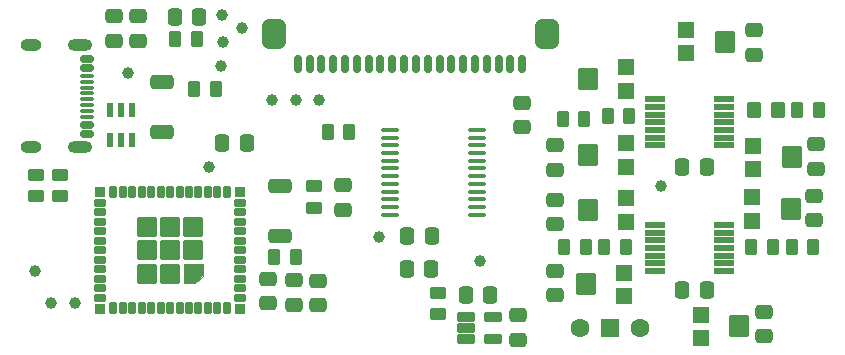
<source format=gbr>
%TF.GenerationSoftware,KiCad,Pcbnew,9.0.6-9.0.6~ubuntu24.04.1*%
%TF.CreationDate,2025-12-05T16:25:40-03:00*%
%TF.ProjectId,Smart_insoles_2025_v1,536d6172-745f-4696-9e73-6f6c65735f32,rev?*%
%TF.SameCoordinates,Original*%
%TF.FileFunction,Soldermask,Top*%
%TF.FilePolarity,Negative*%
%FSLAX46Y46*%
G04 Gerber Fmt 4.6, Leading zero omitted, Abs format (unit mm)*
G04 Created by KiCad (PCBNEW 9.0.6-9.0.6~ubuntu24.04.1) date 2025-12-05 16:25:40*
%MOMM*%
%LPD*%
G01*
G04 APERTURE LIST*
G04 Aperture macros list*
%AMRoundRect*
0 Rectangle with rounded corners*
0 $1 Rounding radius*
0 $2 $3 $4 $5 $6 $7 $8 $9 X,Y pos of 4 corners*
0 Add a 4 corners polygon primitive as box body*
4,1,4,$2,$3,$4,$5,$6,$7,$8,$9,$2,$3,0*
0 Add four circle primitives for the rounded corners*
1,1,$1+$1,$2,$3*
1,1,$1+$1,$4,$5*
1,1,$1+$1,$6,$7*
1,1,$1+$1,$8,$9*
0 Add four rect primitives between the rounded corners*
20,1,$1+$1,$2,$3,$4,$5,0*
20,1,$1+$1,$4,$5,$6,$7,0*
20,1,$1+$1,$6,$7,$8,$9,0*
20,1,$1+$1,$8,$9,$2,$3,0*%
G04 Aperture macros list end*
%ADD10C,0.010000*%
%ADD11RoundRect,0.250000X0.262500X0.450000X-0.262500X0.450000X-0.262500X-0.450000X0.262500X-0.450000X0*%
%ADD12C,1.000000*%
%ADD13RoundRect,0.250000X0.337500X0.475000X-0.337500X0.475000X-0.337500X-0.475000X0.337500X-0.475000X0*%
%ADD14RoundRect,0.300000X-0.700000X0.300000X-0.700000X-0.300000X0.700000X-0.300000X0.700000X0.300000X0*%
%ADD15RoundRect,0.102000X-0.600000X-0.600000X0.600000X-0.600000X0.600000X0.600000X-0.600000X0.600000X0*%
%ADD16RoundRect,0.102000X-0.750000X-0.800000X0.750000X-0.800000X0.750000X0.800000X-0.750000X0.800000X0*%
%ADD17RoundRect,0.250000X0.350000X0.450000X-0.350000X0.450000X-0.350000X-0.450000X0.350000X-0.450000X0*%
%ADD18RoundRect,0.250000X-0.475000X0.337500X-0.475000X-0.337500X0.475000X-0.337500X0.475000X0.337500X0*%
%ADD19RoundRect,0.102000X-0.736600X-0.177800X0.736600X-0.177800X0.736600X0.177800X-0.736600X0.177800X0*%
%ADD20RoundRect,0.250000X0.475000X-0.337500X0.475000X0.337500X-0.475000X0.337500X-0.475000X-0.337500X0*%
%ADD21RoundRect,0.250000X-0.450000X0.262500X-0.450000X-0.262500X0.450000X-0.262500X0.450000X0.262500X0*%
%ADD22RoundRect,0.250000X-0.262500X-0.450000X0.262500X-0.450000X0.262500X0.450000X-0.262500X0.450000X0*%
%ADD23RoundRect,0.250000X-0.337500X-0.475000X0.337500X-0.475000X0.337500X0.475000X-0.337500X0.475000X0*%
%ADD24RoundRect,0.102000X0.600000X0.600000X-0.600000X0.600000X-0.600000X-0.600000X0.600000X-0.600000X0*%
%ADD25RoundRect,0.102000X0.750000X0.800000X-0.750000X0.800000X-0.750000X-0.800000X0.750000X-0.800000X0*%
%ADD26RoundRect,0.300000X0.700000X-0.300000X0.700000X0.300000X-0.700000X0.300000X-0.700000X-0.300000X0*%
%ADD27RoundRect,0.250000X0.450000X-0.262500X0.450000X0.262500X-0.450000X0.262500X-0.450000X-0.262500X0*%
%ADD28RoundRect,0.102000X0.400000X0.200000X-0.400000X0.200000X-0.400000X-0.200000X0.400000X-0.200000X0*%
%ADD29RoundRect,0.102000X0.200000X0.400000X-0.200000X0.400000X-0.200000X-0.400000X0.200000X-0.400000X0*%
%ADD30RoundRect,0.102000X0.725000X0.725000X-0.725000X0.725000X-0.725000X-0.725000X0.725000X-0.725000X0*%
%ADD31RoundRect,0.102000X0.350000X0.350000X-0.350000X0.350000X-0.350000X-0.350000X0.350000X-0.350000X0*%
%ADD32RoundRect,0.100000X0.637500X0.100000X-0.637500X0.100000X-0.637500X-0.100000X0.637500X-0.100000X0*%
%ADD33RoundRect,0.099250X-0.662750X-0.297750X0.662750X-0.297750X0.662750X0.297750X-0.662750X0.297750X0*%
%ADD34C,1.600000*%
%ADD35R,1.500000X1.500000*%
%ADD36RoundRect,0.150000X0.150000X0.625000X-0.150000X0.625000X-0.150000X-0.625000X0.150000X-0.625000X0*%
%ADD37RoundRect,0.500000X0.500000X0.750000X-0.500000X0.750000X-0.500000X-0.750000X0.500000X-0.750000X0*%
%ADD38O,1.800000X1.000000*%
%ADD39O,2.100000X1.000000*%
%ADD40RoundRect,0.150000X-0.425000X0.150000X-0.425000X-0.150000X0.425000X-0.150000X0.425000X0.150000X0*%
%ADD41RoundRect,0.075000X-0.500000X0.075000X-0.500000X-0.075000X0.500000X-0.075000X0.500000X0.075000X0*%
%ADD42R,0.600000X1.200000*%
G04 APERTURE END LIST*
D10*
%TO.C,U5*%
X120680000Y-92210000D02*
X120020000Y-92870000D01*
X119030000Y-92870000D01*
X119030000Y-91220000D01*
X120680000Y-91220000D01*
X120680000Y-92210000D01*
G36*
X120680000Y-92210000D02*
G01*
X120020000Y-92870000D01*
X119030000Y-92870000D01*
X119030000Y-91220000D01*
X120680000Y-91220000D01*
X120680000Y-92210000D01*
G37*
%TD*%
D11*
%TO.C,R24*%
X119937500Y-76390000D03*
X121762500Y-76390000D03*
%TD*%
D12*
%TO.C,TP9*%
X122330000Y-72420000D03*
%TD*%
D13*
%TO.C,C20*%
X120347500Y-70280000D03*
X118272500Y-70280000D03*
%TD*%
D14*
%TO.C,SW2*%
X117220000Y-75820000D03*
X117220000Y-80020000D03*
%TD*%
D11*
%TO.C,R29*%
X120152500Y-72210000D03*
X118327500Y-72210000D03*
%TD*%
D12*
%TO.C,TP15*%
X130500000Y-77350000D03*
%TD*%
D15*
%TO.C,PT7*%
X167167000Y-85560400D03*
D16*
X170417000Y-86560400D03*
D15*
X167167000Y-87560400D03*
%TD*%
D17*
%TO.C,R8*%
X167345800Y-78176600D03*
X169345800Y-78176600D03*
%TD*%
D18*
%TO.C,C11*%
X172417000Y-87547900D03*
X172417000Y-85472900D03*
%TD*%
D11*
%TO.C,R15*%
X167077500Y-89800000D03*
X168902500Y-89800000D03*
%TD*%
%TO.C,R14*%
X170511165Y-89802400D03*
X172336165Y-89802400D03*
%TD*%
D19*
%TO.C,U8*%
X164802499Y-77284363D03*
X164802499Y-77944763D03*
X164802499Y-78579763D03*
X164802499Y-79240163D03*
X164802499Y-79900563D03*
X164802499Y-80535563D03*
X164802499Y-81195963D03*
X158960499Y-81195963D03*
X158960499Y-80535563D03*
X158960499Y-79900563D03*
X158960499Y-79240163D03*
X158960499Y-78579763D03*
X158960499Y-77944763D03*
X158960499Y-77284363D03*
%TD*%
%TO.C,U9*%
X164756499Y-87928563D03*
X164756499Y-88588963D03*
X164756499Y-89223963D03*
X164756499Y-89884363D03*
X164756499Y-90544763D03*
X164756499Y-91179763D03*
X164756499Y-91840163D03*
X158914499Y-91840163D03*
X158914499Y-91179763D03*
X158914499Y-90544763D03*
X158914499Y-89884363D03*
X158914499Y-89223963D03*
X158914499Y-88588963D03*
X158914499Y-87928563D03*
%TD*%
D11*
%TO.C,R6*%
X170987500Y-78176600D03*
X172812500Y-78176600D03*
%TD*%
D15*
%TO.C,PT2*%
X167274500Y-83207000D03*
D16*
X170524500Y-82207000D03*
D15*
X167274500Y-81207000D03*
%TD*%
D18*
%TO.C,C6*%
X172550000Y-83187500D03*
X172550000Y-81112500D03*
%TD*%
D20*
%TO.C,C28*%
X113165000Y-70242500D03*
X113165000Y-72317500D03*
%TD*%
%TO.C,C27*%
X115140000Y-70242500D03*
X115140000Y-72317500D03*
%TD*%
D21*
%TO.C,R23*%
X108570000Y-85492500D03*
X108570000Y-83667500D03*
%TD*%
D12*
%TO.C,TP3*%
X114330000Y-75060000D03*
%TD*%
%TO.C,TP8*%
X121140000Y-83010000D03*
%TD*%
D21*
%TO.C,R30*%
X106560000Y-85500000D03*
X106560000Y-83675000D03*
%TD*%
D12*
%TO.C,TP7*%
X122220000Y-74430000D03*
%TD*%
%TO.C,TP16*%
X144110000Y-90990000D03*
%TD*%
D22*
%TO.C,R10*%
X151252499Y-89779763D03*
X153077499Y-89779763D03*
%TD*%
D12*
%TO.C,TP6*%
X109800000Y-94530000D03*
%TD*%
D23*
%TO.C,C17*%
X161262500Y-93400000D03*
X163337500Y-93400000D03*
%TD*%
D24*
%TO.C,PT1*%
X156500000Y-83025000D03*
D25*
X153250000Y-82025000D03*
D24*
X156500000Y-81025000D03*
%TD*%
D26*
%TO.C,SW1*%
X127150000Y-88850000D03*
X127150000Y-84650000D03*
%TD*%
D11*
%TO.C,R31*%
X128522500Y-90650000D03*
X126697500Y-90650000D03*
%TD*%
D22*
%TO.C,R3*%
X154917500Y-78740000D03*
X156742500Y-78740000D03*
%TD*%
D27*
%TO.C,R22*%
X130060000Y-86450000D03*
X130060000Y-84625000D03*
%TD*%
D20*
%TO.C,C13*%
X150500000Y-87887500D03*
X150500000Y-85812500D03*
%TD*%
D28*
%TO.C,U5*%
X123780000Y-94070000D03*
X123780000Y-93270000D03*
X123780000Y-92470000D03*
X123780000Y-91670000D03*
X123780000Y-90870000D03*
X123780000Y-90070000D03*
X123780000Y-89270000D03*
X123780000Y-88470000D03*
X123780000Y-87670000D03*
X123780000Y-86870000D03*
X123780000Y-86070000D03*
D29*
X122680000Y-85170000D03*
X121880000Y-85170000D03*
X121080000Y-85170000D03*
X120280000Y-85170000D03*
X119480000Y-85170000D03*
X118680000Y-85170000D03*
X117880000Y-85170000D03*
X117080000Y-85170000D03*
X116280000Y-85170000D03*
X115480000Y-85170000D03*
X114680000Y-85170000D03*
X113880000Y-85170000D03*
X113080000Y-85170000D03*
D28*
X111980000Y-86070000D03*
X111980000Y-86870000D03*
X111980000Y-87670000D03*
X111980000Y-88470000D03*
X111980000Y-89270000D03*
X111980000Y-90070000D03*
X111980000Y-90870000D03*
X111980000Y-91670000D03*
X111980000Y-92470000D03*
X111980000Y-93270000D03*
X111980000Y-94070000D03*
D29*
X113080000Y-94970000D03*
X113880000Y-94970000D03*
X114680000Y-94970000D03*
X115480000Y-94970000D03*
X116280000Y-94970000D03*
X117080000Y-94970000D03*
X117880000Y-94970000D03*
X118680000Y-94970000D03*
X119480000Y-94970000D03*
X120280000Y-94970000D03*
X121080000Y-94970000D03*
X121880000Y-94970000D03*
X122680000Y-94970000D03*
D30*
X117880000Y-92045000D03*
X115905000Y-92045000D03*
X115905000Y-90070000D03*
X115905000Y-88095000D03*
X117880000Y-88095000D03*
X119855000Y-88095000D03*
X119855000Y-90070000D03*
X117880000Y-90070000D03*
D31*
X111930000Y-95020000D03*
X111930000Y-85120000D03*
X123830000Y-85120000D03*
X123830000Y-95020000D03*
%TD*%
D23*
%TO.C,C26*%
X137912500Y-91670000D03*
X139987500Y-91670000D03*
%TD*%
D24*
%TO.C,PT5*%
X156340000Y-93960000D03*
D25*
X153090000Y-92960000D03*
D24*
X156340000Y-91960000D03*
%TD*%
D32*
%TO.C,U2*%
X143902500Y-87045000D03*
X143902500Y-86395000D03*
X143902500Y-85745000D03*
X143902500Y-85095000D03*
X143902500Y-84445000D03*
X143902500Y-83795000D03*
X143902500Y-83145000D03*
X143902500Y-82495000D03*
X143902500Y-81845000D03*
X143902500Y-81195000D03*
X143902500Y-80545000D03*
X143902500Y-79895000D03*
X136477500Y-79895000D03*
X136477500Y-80545000D03*
X136477500Y-81195000D03*
X136477500Y-81845000D03*
X136477500Y-82495000D03*
X136477500Y-83145000D03*
X136477500Y-83795000D03*
X136477500Y-84445000D03*
X136477500Y-85095000D03*
X136477500Y-85745000D03*
X136477500Y-86395000D03*
X136477500Y-87045000D03*
%TD*%
D23*
%TO.C,C25*%
X137950000Y-88850000D03*
X140025000Y-88850000D03*
%TD*%
D20*
%TO.C,C12*%
X150500000Y-93887500D03*
X150500000Y-91812500D03*
%TD*%
%TO.C,C5*%
X147340000Y-97632500D03*
X147340000Y-95557500D03*
%TD*%
D11*
%TO.C,R1*%
X133062500Y-80050000D03*
X131237500Y-80050000D03*
%TD*%
D15*
%TO.C,PT3*%
X161600000Y-71400000D03*
D16*
X164850000Y-72400000D03*
D15*
X161600000Y-73400000D03*
%TD*%
D20*
%TO.C,C21*%
X132560000Y-86645000D03*
X132560000Y-84570000D03*
%TD*%
D33*
%TO.C,U4*%
X142910000Y-95715000D03*
X142910000Y-96665000D03*
X142910000Y-97615000D03*
X145200000Y-97615000D03*
X145200000Y-95715000D03*
%TD*%
D23*
%TO.C,C4*%
X142897999Y-93884363D03*
X144972999Y-93884363D03*
%TD*%
D18*
%TO.C,C3*%
X130400000Y-92662500D03*
X130400000Y-94737500D03*
%TD*%
D34*
%TO.C,SW3*%
X157690000Y-96620000D03*
D35*
X155150000Y-96620000D03*
D34*
X152610000Y-96620000D03*
%TD*%
D18*
%TO.C,C7*%
X147660000Y-77572500D03*
X147660000Y-79647500D03*
%TD*%
%TO.C,C9*%
X167350000Y-71462500D03*
X167350000Y-73537500D03*
%TD*%
%TO.C,C10*%
X168200000Y-95262500D03*
X168200000Y-97337500D03*
%TD*%
D24*
%TO.C,PT0*%
X156500000Y-76580000D03*
D25*
X153250000Y-75580000D03*
D24*
X156500000Y-74580000D03*
%TD*%
D13*
%TO.C,C29*%
X124362500Y-80950000D03*
X122287500Y-80950000D03*
%TD*%
D20*
%TO.C,C8*%
X150500000Y-83262500D03*
X150500000Y-81187500D03*
%TD*%
D12*
%TO.C,TP14*%
X123960000Y-71270000D03*
%TD*%
D18*
%TO.C,C1*%
X128375000Y-92600000D03*
X128375000Y-94675000D03*
%TD*%
D12*
%TO.C,TP2*%
X128500000Y-77350000D03*
%TD*%
D24*
%TO.C,PT4*%
X156500000Y-87679763D03*
D25*
X153250000Y-86679763D03*
D24*
X156500000Y-85679763D03*
%TD*%
D12*
%TO.C,TP11*%
X126500000Y-77350000D03*
%TD*%
%TO.C,TP12*%
X135600000Y-88960000D03*
%TD*%
%TO.C,TP1*%
X106400000Y-91790000D03*
%TD*%
D21*
%TO.C,R18*%
X140525000Y-93665000D03*
X140525000Y-95490000D03*
%TD*%
D18*
%TO.C,C2*%
X126200000Y-92477500D03*
X126200000Y-94552500D03*
%TD*%
D22*
%TO.C,R4*%
X151137500Y-78940000D03*
X152962500Y-78940000D03*
%TD*%
%TO.C,R11*%
X154640499Y-89779763D03*
X156465499Y-89779763D03*
%TD*%
D12*
%TO.C,TP10*%
X122250000Y-70130000D03*
%TD*%
%TO.C,TP13*%
X159460000Y-84590000D03*
%TD*%
D36*
%TO.C,J1*%
X147693600Y-74333200D03*
X146693600Y-74333200D03*
X145693600Y-74333200D03*
X144693600Y-74333200D03*
X143693600Y-74333200D03*
X142693600Y-74333200D03*
X141693600Y-74333200D03*
X140693600Y-74333200D03*
X139693600Y-74333200D03*
X138693600Y-74333200D03*
X137693600Y-74333200D03*
X136693600Y-74333200D03*
X135693600Y-74333200D03*
X134693600Y-74333200D03*
X133693600Y-74333200D03*
X132693600Y-74333200D03*
X131693600Y-74333200D03*
X130693600Y-74333200D03*
X129693600Y-74333200D03*
X128693600Y-74333200D03*
D37*
X149826800Y-71725200D03*
X126712800Y-71725200D03*
%TD*%
D15*
%TO.C,PT6*%
X162800000Y-95515000D03*
D16*
X166050000Y-96515000D03*
D15*
X162800000Y-97515000D03*
%TD*%
D12*
%TO.C,TP5*%
X107760000Y-94560000D03*
%TD*%
D23*
%TO.C,C18*%
X161262500Y-83050000D03*
X163337500Y-83050000D03*
%TD*%
D38*
%TO.C,J2*%
X106082500Y-81360000D03*
D39*
X110262500Y-81360000D03*
D38*
X106082500Y-72720000D03*
D39*
X110262500Y-72720000D03*
D40*
X110837500Y-73840000D03*
X110837500Y-74640000D03*
D41*
X110837500Y-75290000D03*
X110837500Y-76290000D03*
X110837500Y-77790000D03*
X110837500Y-78790000D03*
D40*
X110837500Y-79440000D03*
X110837500Y-80240000D03*
X110837500Y-80240000D03*
X110837500Y-79440000D03*
D41*
X110837500Y-78290000D03*
X110837500Y-77290000D03*
X110837500Y-76790000D03*
X110837500Y-75790000D03*
D40*
X110837500Y-74640000D03*
X110837500Y-73840000D03*
%TD*%
D42*
%TO.C,IC1*%
X112770000Y-78220000D03*
X113720000Y-78220000D03*
X114670000Y-78220000D03*
X114670000Y-80720000D03*
X113720000Y-80720000D03*
X112770000Y-80720000D03*
%TD*%
M02*

</source>
